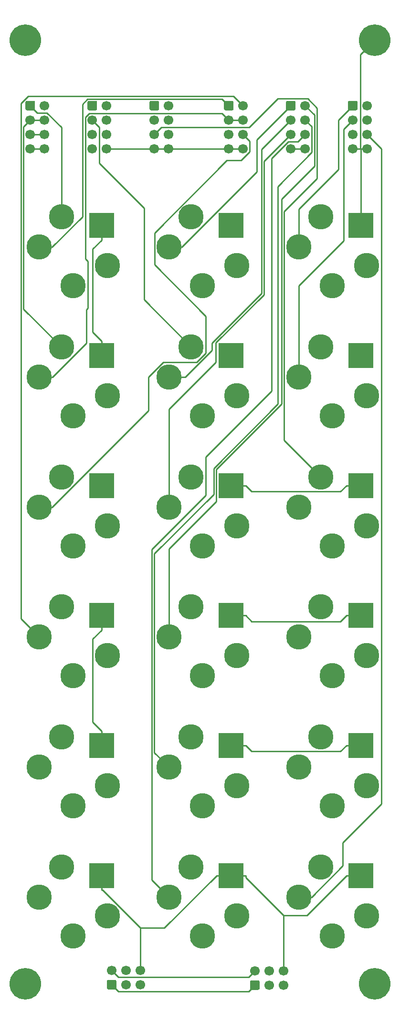
<source format=gbr>
%TF.GenerationSoftware,KiCad,Pcbnew,(5.1.7)-1*%
%TF.CreationDate,2023-03-06T21:23:01+00:00*%
%TF.ProjectId,KOSMO-POLY6-JACKS,4b4f534d-4f2d-4504-9f4c-59362d4a4143,v0.1.1*%
%TF.SameCoordinates,Original*%
%TF.FileFunction,Copper,L2,Bot*%
%TF.FilePolarity,Positive*%
%FSLAX46Y46*%
G04 Gerber Fmt 4.6, Leading zero omitted, Abs format (unit mm)*
G04 Created by KiCad (PCBNEW (5.1.7)-1) date 2023-03-06 21:23:01*
%MOMM*%
%LPD*%
G01*
G04 APERTURE LIST*
%TA.AperFunction,ComponentPad*%
%ADD10C,5.600000*%
%TD*%
%TA.AperFunction,ComponentPad*%
%ADD11C,1.700000*%
%TD*%
%TA.AperFunction,ComponentPad*%
%ADD12R,4.500000X4.500000*%
%TD*%
%TA.AperFunction,ComponentPad*%
%ADD13C,4.500000*%
%TD*%
%TA.AperFunction,Conductor*%
%ADD14C,0.250000*%
%TD*%
G04 APERTURE END LIST*
D10*
%TO.P,H2,1*%
%TO.N,GND-S*%
X57657000Y-19837000D03*
%TD*%
D11*
%TO.P,PowerOUT1,6*%
%TO.N,GND-S*%
X103448000Y-184517000D03*
%TO.P,PowerOUT1,4*%
%TO.N,+3V3*%
X100908000Y-184517000D03*
%TO.P,PowerOUT1,2*%
%TO.N,-12V*%
X98368000Y-184517000D03*
%TO.P,PowerOUT1,5*%
%TO.N,GND-S*%
X103448000Y-187057000D03*
%TO.P,PowerOUT1,3*%
%TO.N,+5V*%
X100908000Y-187057000D03*
%TO.P,PowerOUT1,1*%
%TO.N,+12V*%
%TA.AperFunction,ComponentPad*%
G36*
G01*
X98968000Y-187907000D02*
X97768000Y-187907000D01*
G75*
G02*
X97518000Y-187657000I0J250000D01*
G01*
X97518000Y-186457000D01*
G75*
G02*
X97768000Y-186207000I250000J0D01*
G01*
X98968000Y-186207000D01*
G75*
G02*
X99218000Y-186457000I0J-250000D01*
G01*
X99218000Y-187657000D01*
G75*
G02*
X98968000Y-187907000I-250000J0D01*
G01*
G37*
%TD.AperFunction*%
%TD*%
%TO.P,PowerIN1,6*%
%TO.N,GND-S*%
X78053000Y-184448000D03*
%TO.P,PowerIN1,4*%
%TO.N,+3V3*%
X75513000Y-184448000D03*
%TO.P,PowerIN1,2*%
%TO.N,-12V*%
X72973000Y-184448000D03*
%TO.P,PowerIN1,5*%
%TO.N,GND-S*%
X78053000Y-186988000D03*
%TO.P,PowerIN1,3*%
%TO.N,+5V*%
X75513000Y-186988000D03*
%TO.P,PowerIN1,1*%
%TO.N,+12V*%
%TA.AperFunction,ComponentPad*%
G36*
G01*
X73573000Y-187838000D02*
X72373000Y-187838000D01*
G75*
G02*
X72123000Y-187588000I0J250000D01*
G01*
X72123000Y-186388000D01*
G75*
G02*
X72373000Y-186138000I250000J0D01*
G01*
X73573000Y-186138000D01*
G75*
G02*
X73823000Y-186388000I0J-250000D01*
G01*
X73823000Y-187588000D01*
G75*
G02*
X73573000Y-187838000I-250000J0D01*
G01*
G37*
%TD.AperFunction*%
%TD*%
D10*
%TO.P,H4,1*%
%TO.N,GND-S*%
X119655000Y-186829000D03*
%TD*%
%TO.P,H3,1*%
%TO.N,GND-S*%
X57669000Y-186831000D03*
%TD*%
%TO.P,H1,1*%
%TO.N,GND-S*%
X119657000Y-19835000D03*
%TD*%
D11*
%TO.P,RAMP_OUT1,8*%
%TO.N,GND-S*%
X72078000Y-39055000D03*
%TO.P,RAMP_OUT1,6*%
%TO.N,RAMP_OUT5-N*%
X72078000Y-36515000D03*
%TO.P,RAMP_OUT1,4*%
%TO.N,RAMP_OUT4-N*%
X72078000Y-33975000D03*
%TO.P,RAMP_OUT1,2*%
%TO.N,RAMP_OUT3-N*%
X72078000Y-31435000D03*
%TO.P,RAMP_OUT1,7*%
%TO.N,GND-S*%
X69538000Y-39055000D03*
%TO.P,RAMP_OUT1,5*%
%TO.N,RAMP_OUT2-N*%
X69538000Y-36515000D03*
%TO.P,RAMP_OUT1,3*%
%TO.N,RAMP_OUT1-N*%
X69538000Y-33975000D03*
%TO.P,RAMP_OUT1,1*%
%TO.N,RAMP_OUT0-N*%
%TA.AperFunction,ComponentPad*%
G36*
G01*
X68688000Y-32035000D02*
X68688000Y-30835000D01*
G75*
G02*
X68938000Y-30585000I250000J0D01*
G01*
X70138000Y-30585000D01*
G75*
G02*
X70388000Y-30835000I0J-250000D01*
G01*
X70388000Y-32035000D01*
G75*
G02*
X70138000Y-32285000I-250000J0D01*
G01*
X68938000Y-32285000D01*
G75*
G02*
X68688000Y-32035000I0J250000D01*
G01*
G37*
%TD.AperFunction*%
%TD*%
%TO.P,RAMP_IN1,8*%
%TO.N,GND-S*%
X107283000Y-39055000D03*
%TO.P,RAMP_IN1,6*%
%TO.N,RAMP_OUT5-S*%
X107283000Y-36515000D03*
%TO.P,RAMP_IN1,4*%
%TO.N,RAMP_OUT4-S*%
X107283000Y-33975000D03*
%TO.P,RAMP_IN1,2*%
%TO.N,RAMP_OUT3-S*%
X107283000Y-31435000D03*
%TO.P,RAMP_IN1,7*%
%TO.N,GND-S*%
X104743000Y-39055000D03*
%TO.P,RAMP_IN1,5*%
%TO.N,RAMP_OUT2-S*%
X104743000Y-36515000D03*
%TO.P,RAMP_IN1,3*%
%TO.N,RAMP_OUT1-S*%
X104743000Y-33975000D03*
%TO.P,RAMP_IN1,1*%
%TO.N,RAMP_OUT0-S*%
%TA.AperFunction,ComponentPad*%
G36*
G01*
X103893000Y-32035000D02*
X103893000Y-30835000D01*
G75*
G02*
X104143000Y-30585000I250000J0D01*
G01*
X105343000Y-30585000D01*
G75*
G02*
X105593000Y-30835000I0J-250000D01*
G01*
X105593000Y-32035000D01*
G75*
G02*
X105343000Y-32285000I-250000J0D01*
G01*
X104143000Y-32285000D01*
G75*
G02*
X103893000Y-32035000I0J250000D01*
G01*
G37*
%TD.AperFunction*%
%TD*%
%TO.P,PULSE_OUT1,8*%
%TO.N,GND-S*%
X83078000Y-39055000D03*
%TO.P,PULSE_OUT1,6*%
%TO.N,PULSE_OUT5-N*%
X83078000Y-36515000D03*
%TO.P,PULSE_OUT1,4*%
%TO.N,PULSE_OUT4-N*%
X83078000Y-33975000D03*
%TO.P,PULSE_OUT1,2*%
%TO.N,PULSE_OUT3-N*%
X83078000Y-31435000D03*
%TO.P,PULSE_OUT1,7*%
%TO.N,GND-S*%
X80538000Y-39055000D03*
%TO.P,PULSE_OUT1,5*%
%TO.N,PULSE_OUT2-N*%
X80538000Y-36515000D03*
%TO.P,PULSE_OUT1,3*%
%TO.N,PULSE_OUT1-N*%
X80538000Y-33975000D03*
%TO.P,PULSE_OUT1,1*%
%TO.N,PULSE_OUT0-N*%
%TA.AperFunction,ComponentPad*%
G36*
G01*
X79688000Y-32035000D02*
X79688000Y-30835000D01*
G75*
G02*
X79938000Y-30585000I250000J0D01*
G01*
X81138000Y-30585000D01*
G75*
G02*
X81388000Y-30835000I0J-250000D01*
G01*
X81388000Y-32035000D01*
G75*
G02*
X81138000Y-32285000I-250000J0D01*
G01*
X79938000Y-32285000D01*
G75*
G02*
X79688000Y-32035000I0J250000D01*
G01*
G37*
%TD.AperFunction*%
%TD*%
%TO.P,PULSE_IN1,8*%
%TO.N,GND-S*%
X118283000Y-39055000D03*
%TO.P,PULSE_IN1,6*%
%TO.N,PULSE_OUT5-S*%
X118283000Y-36515000D03*
%TO.P,PULSE_IN1,4*%
%TO.N,PULSE_OUT4-S*%
X118283000Y-33975000D03*
%TO.P,PULSE_IN1,2*%
%TO.N,PULSE_OUT3-S*%
X118283000Y-31435000D03*
%TO.P,PULSE_IN1,7*%
%TO.N,GND-S*%
X115743000Y-39055000D03*
%TO.P,PULSE_IN1,5*%
%TO.N,PULSE_OUT2-S*%
X115743000Y-36515000D03*
%TO.P,PULSE_IN1,3*%
%TO.N,PULSE_OUT1-S*%
X115743000Y-33975000D03*
%TO.P,PULSE_IN1,1*%
%TO.N,PULSE_OUT0-S*%
%TA.AperFunction,ComponentPad*%
G36*
G01*
X114893000Y-32035000D02*
X114893000Y-30835000D01*
G75*
G02*
X115143000Y-30585000I250000J0D01*
G01*
X116343000Y-30585000D01*
G75*
G02*
X116593000Y-30835000I0J-250000D01*
G01*
X116593000Y-32035000D01*
G75*
G02*
X116343000Y-32285000I-250000J0D01*
G01*
X115143000Y-32285000D01*
G75*
G02*
X114893000Y-32035000I0J250000D01*
G01*
G37*
%TD.AperFunction*%
%TD*%
D12*
%TO.P,J18,G*%
%TO.N,GND-S*%
X71181000Y-167666000D03*
D13*
%TO.P,J18,S*%
%TO.N,Net-(J18-PadS)*%
X66101000Y-178334000D03*
%TO.P,J18,T*%
%TO.N,GATE_OUT2-S*%
X60132000Y-171476000D03*
%TO.P,J18,SN*%
%TO.N,Net-(J18-PadSN)*%
X72197000Y-174778000D03*
%TO.P,J18,TN*%
%TO.N,GATE_OUT2-N*%
X64069000Y-166142000D03*
%TD*%
D12*
%TO.P,J17,G*%
%TO.N,GND-S*%
X117181000Y-167666000D03*
D13*
%TO.P,J17,S*%
%TO.N,Net-(J17-PadS)*%
X112101000Y-178334000D03*
%TO.P,J17,T*%
%TO.N,PULSE_OUT5-S*%
X106132000Y-171476000D03*
%TO.P,J17,SN*%
%TO.N,Net-(J17-PadSN)*%
X118197000Y-174778000D03*
%TO.P,J17,TN*%
%TO.N,PULSE_OUT5-N*%
X110069000Y-166142000D03*
%TD*%
D12*
%TO.P,J16,G*%
%TO.N,GND-S*%
X94181000Y-167666000D03*
D13*
%TO.P,J16,S*%
%TO.N,Net-(J16-PadS)*%
X89101000Y-178334000D03*
%TO.P,J16,T*%
%TO.N,RAMP_OUT5-S*%
X83132000Y-171476000D03*
%TO.P,J16,SN*%
%TO.N,Net-(J16-PadSN)*%
X95197000Y-174778000D03*
%TO.P,J16,TN*%
%TO.N,RAMP_OUT5-N*%
X87069000Y-166142000D03*
%TD*%
D12*
%TO.P,J15,G*%
%TO.N,GND-S*%
X71181000Y-144666000D03*
D13*
%TO.P,J15,S*%
%TO.N,Net-(J15-PadS)*%
X66101000Y-155334000D03*
%TO.P,J15,T*%
%TO.N,GATE_OUT1-S*%
X60132000Y-148476000D03*
%TO.P,J15,SN*%
%TO.N,Net-(J15-PadSN)*%
X72197000Y-151778000D03*
%TO.P,J15,TN*%
%TO.N,GATE_OUT1-N*%
X64069000Y-143142000D03*
%TD*%
D12*
%TO.P,J14,G*%
%TO.N,GND-S*%
X117181000Y-144666000D03*
D13*
%TO.P,J14,S*%
%TO.N,Net-(J14-PadS)*%
X112101000Y-155334000D03*
%TO.P,J14,T*%
%TO.N,PULSE_OUT4-S*%
X106132000Y-148476000D03*
%TO.P,J14,SN*%
%TO.N,Net-(J14-PadSN)*%
X118197000Y-151778000D03*
%TO.P,J14,TN*%
%TO.N,PULSE_OUT4-N*%
X110069000Y-143142000D03*
%TD*%
D12*
%TO.P,J13,G*%
%TO.N,GND-S*%
X94181000Y-144666000D03*
D13*
%TO.P,J13,S*%
%TO.N,Net-(J13-PadS)*%
X89101000Y-155334000D03*
%TO.P,J13,T*%
%TO.N,RAMP_OUT4-S*%
X83132000Y-148476000D03*
%TO.P,J13,SN*%
%TO.N,Net-(J13-PadSN)*%
X95197000Y-151778000D03*
%TO.P,J13,TN*%
%TO.N,RAMP_OUT4-N*%
X87069000Y-143142000D03*
%TD*%
D12*
%TO.P,J12,G*%
%TO.N,GND-S*%
X71181000Y-121666000D03*
D13*
%TO.P,J12,S*%
%TO.N,Net-(J12-PadS)*%
X66101000Y-132334000D03*
%TO.P,J12,T*%
%TO.N,GATE_OUT3-S*%
X60132000Y-125476000D03*
%TO.P,J12,SN*%
%TO.N,Net-(J12-PadSN)*%
X72197000Y-128778000D03*
%TO.P,J12,TN*%
%TO.N,GATE_OUT3-N*%
X64069000Y-120142000D03*
%TD*%
D12*
%TO.P,J11,G*%
%TO.N,GND-S*%
X117181000Y-121666000D03*
D13*
%TO.P,J11,S*%
%TO.N,Net-(J11-PadS)*%
X112101000Y-132334000D03*
%TO.P,J11,T*%
%TO.N,PULSE_OUT3-S*%
X106132000Y-125476000D03*
%TO.P,J11,SN*%
%TO.N,Net-(J11-PadSN)*%
X118197000Y-128778000D03*
%TO.P,J11,TN*%
%TO.N,PULSE_OUT3-N*%
X110069000Y-120142000D03*
%TD*%
D12*
%TO.P,J10,G*%
%TO.N,GND-S*%
X94181000Y-121666000D03*
D13*
%TO.P,J10,S*%
%TO.N,Net-(J10-PadS)*%
X89101000Y-132334000D03*
%TO.P,J10,T*%
%TO.N,RAMP_OUT3-S*%
X83132000Y-125476000D03*
%TO.P,J10,SN*%
%TO.N,Net-(J10-PadSN)*%
X95197000Y-128778000D03*
%TO.P,J10,TN*%
%TO.N,RAMP_OUT3-N*%
X87069000Y-120142000D03*
%TD*%
D12*
%TO.P,J9,G*%
%TO.N,GND-S*%
X71181000Y-98666000D03*
D13*
%TO.P,J9,S*%
%TO.N,Net-(J9-PadS)*%
X66101000Y-109334000D03*
%TO.P,J9,T*%
%TO.N,GATE_OUT2-S*%
X60132000Y-102476000D03*
%TO.P,J9,SN*%
%TO.N,Net-(J9-PadSN)*%
X72197000Y-105778000D03*
%TO.P,J9,TN*%
%TO.N,GATE_OUT2-N*%
X64069000Y-97142000D03*
%TD*%
D12*
%TO.P,J8,G*%
%TO.N,GND-S*%
X117181000Y-98666000D03*
D13*
%TO.P,J8,S*%
%TO.N,Net-(J8-PadS)*%
X112101000Y-109334000D03*
%TO.P,J8,T*%
%TO.N,PULSE_OUT2-S*%
X106132000Y-102476000D03*
%TO.P,J8,SN*%
%TO.N,Net-(J8-PadSN)*%
X118197000Y-105778000D03*
%TO.P,J8,TN*%
%TO.N,PULSE_OUT2-N*%
X110069000Y-97142000D03*
%TD*%
D12*
%TO.P,J7,G*%
%TO.N,GND-S*%
X94181000Y-98666000D03*
D13*
%TO.P,J7,S*%
%TO.N,Net-(J7-PadS)*%
X89101000Y-109334000D03*
%TO.P,J7,T*%
%TO.N,RAMP_OUT2-S*%
X83132000Y-102476000D03*
%TO.P,J7,SN*%
%TO.N,Net-(J7-PadSN)*%
X95197000Y-105778000D03*
%TO.P,J7,TN*%
%TO.N,RAMP_OUT2-N*%
X87069000Y-97142000D03*
%TD*%
D12*
%TO.P,J6,G*%
%TO.N,GND-S*%
X71181000Y-75666000D03*
D13*
%TO.P,J6,S*%
%TO.N,Net-(J6-PadS)*%
X66101000Y-86334000D03*
%TO.P,J6,T*%
%TO.N,GATE_OUT1-S*%
X60132000Y-79476000D03*
%TO.P,J6,SN*%
%TO.N,Net-(J6-PadSN)*%
X72197000Y-82778000D03*
%TO.P,J6,TN*%
%TO.N,GATE_OUT1-N*%
X64069000Y-74142000D03*
%TD*%
D12*
%TO.P,J5,G*%
%TO.N,GND-S*%
X117181000Y-75666000D03*
D13*
%TO.P,J5,S*%
%TO.N,Net-(J5-PadS)*%
X112101000Y-86334000D03*
%TO.P,J5,T*%
%TO.N,PULSE_OUT1-S*%
X106132000Y-79476000D03*
%TO.P,J5,SN*%
%TO.N,Net-(J5-PadSN)*%
X118197000Y-82778000D03*
%TO.P,J5,TN*%
%TO.N,PULSE_OUT1-N*%
X110069000Y-74142000D03*
%TD*%
D12*
%TO.P,J4,G*%
%TO.N,GND-S*%
X94181000Y-75666000D03*
D13*
%TO.P,J4,S*%
%TO.N,Net-(J4-PadS)*%
X89101000Y-86334000D03*
%TO.P,J4,T*%
%TO.N,RAMP_OUT1-S*%
X83132000Y-79476000D03*
%TO.P,J4,SN*%
%TO.N,Net-(J4-PadSN)*%
X95197000Y-82778000D03*
%TO.P,J4,TN*%
%TO.N,RAMP_OUT1-N*%
X87069000Y-74142000D03*
%TD*%
D12*
%TO.P,J3,G*%
%TO.N,GND-S*%
X71181000Y-52666000D03*
D13*
%TO.P,J3,S*%
%TO.N,Net-(J3-PadS)*%
X66101000Y-63334000D03*
%TO.P,J3,T*%
%TO.N,GATE_OUT0-S*%
X60132000Y-56476000D03*
%TO.P,J3,SN*%
%TO.N,Net-(J3-PadSN)*%
X72197000Y-59778000D03*
%TO.P,J3,TN*%
%TO.N,GATE_OUT0-N*%
X64069000Y-51142000D03*
%TD*%
D12*
%TO.P,J2,G*%
%TO.N,GND-S*%
X117181000Y-52666000D03*
D13*
%TO.P,J2,S*%
%TO.N,Net-(J2-PadS)*%
X112101000Y-63334000D03*
%TO.P,J2,T*%
%TO.N,PULSE_OUT0-S*%
X106132000Y-56476000D03*
%TO.P,J2,SN*%
%TO.N,Net-(J2-PadSN)*%
X118197000Y-59778000D03*
%TO.P,J2,TN*%
%TO.N,PULSE_OUT0-N*%
X110069000Y-51142000D03*
%TD*%
D12*
%TO.P,J1,G*%
%TO.N,GND-S*%
X94181000Y-52666000D03*
D13*
%TO.P,J1,S*%
%TO.N,Net-(J1-PadS)*%
X89101000Y-63334000D03*
%TO.P,J1,T*%
%TO.N,RAMP_OUT0-S*%
X83132000Y-56476000D03*
%TO.P,J1,SN*%
%TO.N,Net-(J1-PadSN)*%
X95197000Y-59778000D03*
%TO.P,J1,TN*%
%TO.N,RAMP_OUT0-N*%
X87069000Y-51142000D03*
%TD*%
D11*
%TO.P,GATE_OUT1,8*%
%TO.N,GND-S*%
X61078000Y-39055000D03*
%TO.P,GATE_OUT1,6*%
%TO.N,GATE_OUT2-N*%
X61078000Y-36515000D03*
%TO.P,GATE_OUT1,4*%
%TO.N,GATE_OUT1-N*%
X61078000Y-33975000D03*
%TO.P,GATE_OUT1,2*%
%TO.N,GATE_OUT3-N*%
X61078000Y-31435000D03*
%TO.P,GATE_OUT1,7*%
%TO.N,GND-S*%
X58538000Y-39055000D03*
%TO.P,GATE_OUT1,5*%
%TO.N,GATE_OUT2-N*%
X58538000Y-36515000D03*
%TO.P,GATE_OUT1,3*%
%TO.N,GATE_OUT1-N*%
X58538000Y-33975000D03*
%TO.P,GATE_OUT1,1*%
%TO.N,GATE_OUT0-N*%
%TA.AperFunction,ComponentPad*%
G36*
G01*
X57688000Y-32035000D02*
X57688000Y-30835000D01*
G75*
G02*
X57938000Y-30585000I250000J0D01*
G01*
X59138000Y-30585000D01*
G75*
G02*
X59388000Y-30835000I0J-250000D01*
G01*
X59388000Y-32035000D01*
G75*
G02*
X59138000Y-32285000I-250000J0D01*
G01*
X57938000Y-32285000D01*
G75*
G02*
X57688000Y-32035000I0J250000D01*
G01*
G37*
%TD.AperFunction*%
%TD*%
%TO.P,GATE_IN1,8*%
%TO.N,GND-S*%
X96283000Y-39055000D03*
%TO.P,GATE_IN1,6*%
%TO.N,GATE_OUT2-S*%
X96283000Y-36515000D03*
%TO.P,GATE_IN1,4*%
%TO.N,GATE_OUT1-S*%
X96283000Y-33975000D03*
%TO.P,GATE_IN1,2*%
%TO.N,GATE_OUT3-S*%
X96283000Y-31435000D03*
%TO.P,GATE_IN1,7*%
%TO.N,GND-S*%
X93743000Y-39055000D03*
%TO.P,GATE_IN1,5*%
%TO.N,GATE_OUT2-S*%
X93743000Y-36515000D03*
%TO.P,GATE_IN1,3*%
%TO.N,GATE_OUT1-S*%
X93743000Y-33975000D03*
%TO.P,GATE_IN1,1*%
%TO.N,GATE_OUT0-S*%
%TA.AperFunction,ComponentPad*%
G36*
G01*
X92893000Y-32035000D02*
X92893000Y-30835000D01*
G75*
G02*
X93143000Y-30585000I250000J0D01*
G01*
X94343000Y-30585000D01*
G75*
G02*
X94593000Y-30835000I0J-250000D01*
G01*
X94593000Y-32035000D01*
G75*
G02*
X94343000Y-32285000I-250000J0D01*
G01*
X93143000Y-32285000D01*
G75*
G02*
X92893000Y-32035000I0J250000D01*
G01*
G37*
%TD.AperFunction*%
%TD*%
D14*
%TO.N,GND-S*%
X117181000Y-39055000D02*
X118283000Y-39055000D01*
X117107600Y-39055000D02*
X117181000Y-39055000D01*
X117181000Y-50090700D02*
X117181000Y-39055000D01*
X117107600Y-39055000D02*
X117107600Y-22384400D01*
X117107600Y-22384400D02*
X119657000Y-19835000D01*
X117181000Y-52666000D02*
X117181000Y-50090700D01*
X115743000Y-39055000D02*
X117107600Y-39055000D01*
X117181000Y-167666000D02*
X114605700Y-167666000D01*
X103448000Y-174700700D02*
X96756300Y-168009000D01*
X96756300Y-168009000D02*
X96756300Y-167666000D01*
X114605700Y-167666000D02*
X107571000Y-174700700D01*
X107571000Y-174700700D02*
X103448000Y-174700700D01*
X103448000Y-174700700D02*
X103448000Y-184517000D01*
X71181000Y-75666000D02*
X71181000Y-73090700D01*
X71181000Y-52666000D02*
X71181000Y-55241300D01*
X71181000Y-55241300D02*
X69621600Y-56800700D01*
X69621600Y-56800700D02*
X69621600Y-71531300D01*
X69621600Y-71531300D02*
X71181000Y-73090700D01*
X80538000Y-39055000D02*
X72078000Y-39055000D01*
X83078000Y-39055000D02*
X80538000Y-39055000D01*
X117181000Y-121666000D02*
X114605700Y-121666000D01*
X94181000Y-121666000D02*
X96756300Y-121666000D01*
X96756300Y-121666000D02*
X97818300Y-122728000D01*
X97818300Y-122728000D02*
X113543700Y-122728000D01*
X113543700Y-122728000D02*
X114605700Y-121666000D01*
X117181000Y-144666000D02*
X114605700Y-144666000D01*
X94181000Y-144666000D02*
X96756300Y-144666000D01*
X96756300Y-144666000D02*
X97818300Y-145728000D01*
X97818300Y-145728000D02*
X113543700Y-145728000D01*
X113543700Y-145728000D02*
X114605700Y-144666000D01*
X104743000Y-39055000D02*
X107283000Y-39055000D01*
X61078000Y-39055000D02*
X58538000Y-39055000D01*
X94181000Y-167666000D02*
X96756300Y-167666000D01*
X93743000Y-39055000D02*
X83078000Y-39055000D01*
X96283000Y-39055000D02*
X93743000Y-39055000D01*
X71181000Y-170241300D02*
X71342000Y-170241300D01*
X71342000Y-170241300D02*
X78053000Y-176952300D01*
X78053000Y-176952300D02*
X78053000Y-184448000D01*
X78053000Y-176952300D02*
X82319400Y-176952300D01*
X82319400Y-176952300D02*
X91605700Y-167666000D01*
X71181000Y-121666000D02*
X71181000Y-124241300D01*
X71181000Y-144666000D02*
X71181000Y-142090700D01*
X71181000Y-142090700D02*
X69610000Y-140519700D01*
X69610000Y-140519700D02*
X69610000Y-125812300D01*
X69610000Y-125812300D02*
X71181000Y-124241300D01*
X94181000Y-167666000D02*
X91605700Y-167666000D01*
X71181000Y-167666000D02*
X71181000Y-170241300D01*
X117181000Y-98666000D02*
X114605700Y-98666000D01*
X94181000Y-98666000D02*
X96756300Y-98666000D01*
X96756300Y-98666000D02*
X97818300Y-99728000D01*
X97818300Y-99728000D02*
X113543700Y-99728000D01*
X113543700Y-99728000D02*
X114605700Y-98666000D01*
%TO.N,GATE_OUT2-S*%
X60132000Y-102476000D02*
X62377600Y-102476000D01*
X62377600Y-102476000D02*
X79483800Y-85369800D01*
X79483800Y-85369800D02*
X79483800Y-79476300D01*
X79483800Y-79476300D02*
X82119000Y-76841100D01*
X82119000Y-76841100D02*
X88035500Y-76841100D01*
X88035500Y-76841100D02*
X89650500Y-75226100D01*
X89650500Y-75226100D02*
X89650500Y-68695900D01*
X89650500Y-68695900D02*
X80556600Y-59602000D01*
X80556600Y-59602000D02*
X80556600Y-54005200D01*
X80556600Y-54005200D02*
X93413400Y-41148400D01*
X93413400Y-41148400D02*
X95889000Y-41148400D01*
X95889000Y-41148400D02*
X97477000Y-39560400D01*
X97477000Y-39560400D02*
X97477000Y-37709000D01*
X97477000Y-37709000D02*
X96283000Y-36515000D01*
%TO.N,GATE_OUT1-S*%
X93743000Y-33975000D02*
X92567600Y-32799600D01*
X92567600Y-32799600D02*
X69023500Y-32799600D01*
X69023500Y-32799600D02*
X68319200Y-33503900D01*
X68319200Y-33503900D02*
X68319200Y-58591800D01*
X68319200Y-58591800D02*
X68735900Y-59008500D01*
X68735900Y-59008500D02*
X68735900Y-67286300D01*
X68735900Y-67286300D02*
X68451100Y-67571100D01*
X68451100Y-67571100D02*
X68451100Y-73470900D01*
X68451100Y-73470900D02*
X62446000Y-79476000D01*
X62446000Y-79476000D02*
X60132000Y-79476000D01*
X93743000Y-33975000D02*
X96283000Y-33975000D01*
%TO.N,GATE_OUT3-S*%
X60132000Y-125476000D02*
X56905000Y-122249000D01*
X56905000Y-122249000D02*
X56905000Y-31037900D01*
X56905000Y-31037900D02*
X58202500Y-29740400D01*
X58202500Y-29740400D02*
X94588400Y-29740400D01*
X94588400Y-29740400D02*
X96283000Y-31435000D01*
%TO.N,GATE_OUT0-S*%
X60132000Y-56476000D02*
X62405100Y-56476000D01*
X62405100Y-56476000D02*
X67774300Y-51106800D01*
X67774300Y-51106800D02*
X67774300Y-31179100D01*
X67774300Y-31179100D02*
X68700800Y-30252600D01*
X68700800Y-30252600D02*
X92560600Y-30252600D01*
X92560600Y-30252600D02*
X93743000Y-31435000D01*
%TO.N,RAMP_OUT0-S*%
X83132000Y-56476000D02*
X85398200Y-56476000D01*
X85398200Y-56476000D02*
X98730300Y-43143900D01*
X98730300Y-43143900D02*
X98730300Y-37447700D01*
X98730300Y-37447700D02*
X104743000Y-31435000D01*
%TO.N,PULSE_OUT0-S*%
X106132000Y-56476000D02*
X106132000Y-49774700D01*
X106132000Y-49774700D02*
X113207200Y-42699500D01*
X113207200Y-42699500D02*
X113207200Y-33970800D01*
X113207200Y-33970800D02*
X115743000Y-31435000D01*
%TO.N,RAMP_OUT1-S*%
X104743000Y-33975000D02*
X99539100Y-39178900D01*
X99539100Y-39178900D02*
X99539100Y-64700600D01*
X99539100Y-64700600D02*
X90789100Y-73450600D01*
X90789100Y-73450600D02*
X90789100Y-74724400D01*
X90789100Y-74724400D02*
X86037500Y-79476000D01*
X86037500Y-79476000D02*
X83132000Y-79476000D01*
%TO.N,PULSE_OUT1-S*%
X106132000Y-79476000D02*
X106132000Y-63334000D01*
X106132000Y-63334000D02*
X114087200Y-55378800D01*
X114087200Y-55378800D02*
X114087200Y-35630800D01*
X114087200Y-35630800D02*
X115743000Y-33975000D01*
%TO.N,RAMP_OUT2-S*%
X83132000Y-102476000D02*
X83132000Y-85171500D01*
X83132000Y-85171500D02*
X91464400Y-76839100D01*
X91464400Y-76839100D02*
X91464400Y-73412300D01*
X91464400Y-73412300D02*
X99989500Y-64887200D01*
X99989500Y-64887200D02*
X99989500Y-41268500D01*
X99989500Y-41268500D02*
X104743000Y-36515000D01*
%TO.N,RAMP_OUT3-S*%
X83132000Y-125476000D02*
X83132000Y-109875400D01*
X83132000Y-109875400D02*
X91512000Y-101495400D01*
X91512000Y-101495400D02*
X91512000Y-95799900D01*
X91512000Y-95799900D02*
X103077800Y-84234100D01*
X103077800Y-84234100D02*
X103077800Y-47994100D01*
X103077800Y-47994100D02*
X108922700Y-42149200D01*
X108922700Y-42149200D02*
X108922700Y-33074700D01*
X108922700Y-33074700D02*
X107283000Y-31435000D01*
%TO.N,RAMP_OUT4-S*%
X83132000Y-148476000D02*
X80554400Y-145898400D01*
X80554400Y-145898400D02*
X80554400Y-110738300D01*
X80554400Y-110738300D02*
X91061700Y-100231000D01*
X91061700Y-100231000D02*
X91061700Y-95613300D01*
X91061700Y-95613300D02*
X102429700Y-84245300D01*
X102429700Y-84245300D02*
X102429700Y-45738700D01*
X102429700Y-45738700D02*
X108458800Y-39709600D01*
X108458800Y-39709600D02*
X108458800Y-35150800D01*
X108458800Y-35150800D02*
X107283000Y-33975000D01*
%TO.N,PULSE_OUT5-S*%
X106132000Y-171476000D02*
X108421000Y-171476000D01*
X108421000Y-171476000D02*
X113991500Y-165905500D01*
X113991500Y-165905500D02*
X113991500Y-161817900D01*
X113991500Y-161817900D02*
X120819900Y-154989500D01*
X120819900Y-154989500D02*
X120819900Y-39051900D01*
X120819900Y-39051900D02*
X118283000Y-36515000D01*
%TO.N,RAMP_OUT5-S*%
X83132000Y-171476000D02*
X80104000Y-168448000D01*
X80104000Y-168448000D02*
X80104000Y-109914900D01*
X80104000Y-109914900D02*
X89644400Y-100374500D01*
X89644400Y-100374500D02*
X89644400Y-93640600D01*
X89644400Y-93640600D02*
X101365500Y-81919500D01*
X101365500Y-81919500D02*
X101365500Y-40766100D01*
X101365500Y-40766100D02*
X104346600Y-37785000D01*
X104346600Y-37785000D02*
X106013000Y-37785000D01*
X106013000Y-37785000D02*
X107283000Y-36515000D01*
%TO.N,GATE_OUT2-N*%
X58538000Y-36515000D02*
X61078000Y-36515000D01*
%TO.N,GATE_OUT1-N*%
X64069000Y-74142000D02*
X57355400Y-67428400D01*
X57355400Y-67428400D02*
X57355400Y-35157600D01*
X57355400Y-35157600D02*
X58538000Y-33975000D01*
X58538000Y-33975000D02*
X61078000Y-33975000D01*
%TO.N,GATE_OUT0-N*%
X64069000Y-51142000D02*
X64069000Y-35280400D01*
X64069000Y-35280400D02*
X61493600Y-32705000D01*
X61493600Y-32705000D02*
X59808000Y-32705000D01*
X59808000Y-32705000D02*
X58538000Y-31435000D01*
%TO.N,RAMP_OUT1-N*%
X87069000Y-74142000D02*
X78729400Y-65802400D01*
X78729400Y-65802400D02*
X78729400Y-49584000D01*
X78729400Y-49584000D02*
X70808000Y-41662600D01*
X70808000Y-41662600D02*
X70808000Y-35245000D01*
X70808000Y-35245000D02*
X69538000Y-33975000D01*
%TO.N,PULSE_OUT2-N*%
X110069000Y-97142000D02*
X103555300Y-90628300D01*
X103555300Y-90628300D02*
X103555300Y-50159300D01*
X103555300Y-50159300D02*
X109404900Y-44309700D01*
X109404900Y-44309700D02*
X109404900Y-31869900D01*
X109404900Y-31869900D02*
X107743900Y-30208900D01*
X107743900Y-30208900D02*
X102418300Y-30208900D01*
X102418300Y-30208900D02*
X97382200Y-35245000D01*
X97382200Y-35245000D02*
X81808000Y-35245000D01*
X81808000Y-35245000D02*
X80538000Y-36515000D01*
%TO.N,-12V*%
X72973000Y-184448000D02*
X74153600Y-185628600D01*
X74153600Y-185628600D02*
X97256400Y-185628600D01*
X97256400Y-185628600D02*
X98368000Y-184517000D01*
%TO.N,+12V*%
X72973000Y-186988000D02*
X74164900Y-188179900D01*
X74164900Y-188179900D02*
X97245100Y-188179900D01*
X97245100Y-188179900D02*
X98368000Y-187057000D01*
%TD*%
M02*

</source>
